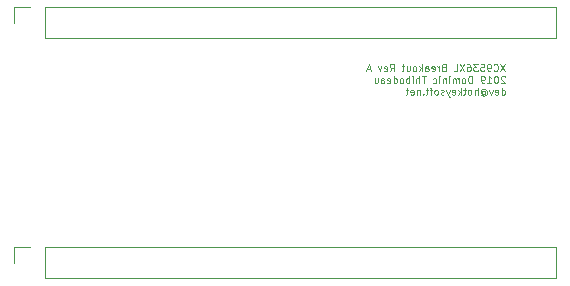
<source format=gbr>
G04 #@! TF.GenerationSoftware,KiCad,Pcbnew,(5.1.4)-1*
G04 #@! TF.CreationDate,2019-10-24T16:07:41-04:00*
G04 #@! TF.ProjectId,XC9536XL,58433935-3336-4584-9c2e-6b696361645f,B*
G04 #@! TF.SameCoordinates,Original*
G04 #@! TF.FileFunction,Legend,Bot*
G04 #@! TF.FilePolarity,Positive*
%FSLAX46Y46*%
G04 Gerber Fmt 4.6, Leading zero omitted, Abs format (unit mm)*
G04 Created by KiCad (PCBNEW (5.1.4)-1) date 2019-10-24 16:07:41*
%MOMM*%
%LPD*%
G04 APERTURE LIST*
%ADD10C,0.100000*%
%ADD11C,0.120000*%
G04 APERTURE END LIST*
D10*
X111355285Y-39057428D02*
X110955285Y-39657428D01*
X110955285Y-39057428D02*
X111355285Y-39657428D01*
X110383857Y-39600285D02*
X110412428Y-39628857D01*
X110498142Y-39657428D01*
X110555285Y-39657428D01*
X110641000Y-39628857D01*
X110698142Y-39571714D01*
X110726714Y-39514571D01*
X110755285Y-39400285D01*
X110755285Y-39314571D01*
X110726714Y-39200285D01*
X110698142Y-39143142D01*
X110641000Y-39086000D01*
X110555285Y-39057428D01*
X110498142Y-39057428D01*
X110412428Y-39086000D01*
X110383857Y-39114571D01*
X110098142Y-39657428D02*
X109983857Y-39657428D01*
X109926714Y-39628857D01*
X109898142Y-39600285D01*
X109841000Y-39514571D01*
X109812428Y-39400285D01*
X109812428Y-39171714D01*
X109841000Y-39114571D01*
X109869571Y-39086000D01*
X109926714Y-39057428D01*
X110041000Y-39057428D01*
X110098142Y-39086000D01*
X110126714Y-39114571D01*
X110155285Y-39171714D01*
X110155285Y-39314571D01*
X110126714Y-39371714D01*
X110098142Y-39400285D01*
X110041000Y-39428857D01*
X109926714Y-39428857D01*
X109869571Y-39400285D01*
X109841000Y-39371714D01*
X109812428Y-39314571D01*
X109269571Y-39057428D02*
X109555285Y-39057428D01*
X109583857Y-39343142D01*
X109555285Y-39314571D01*
X109498142Y-39286000D01*
X109355285Y-39286000D01*
X109298142Y-39314571D01*
X109269571Y-39343142D01*
X109241000Y-39400285D01*
X109241000Y-39543142D01*
X109269571Y-39600285D01*
X109298142Y-39628857D01*
X109355285Y-39657428D01*
X109498142Y-39657428D01*
X109555285Y-39628857D01*
X109583857Y-39600285D01*
X109041000Y-39057428D02*
X108669571Y-39057428D01*
X108869571Y-39286000D01*
X108783857Y-39286000D01*
X108726714Y-39314571D01*
X108698142Y-39343142D01*
X108669571Y-39400285D01*
X108669571Y-39543142D01*
X108698142Y-39600285D01*
X108726714Y-39628857D01*
X108783857Y-39657428D01*
X108955285Y-39657428D01*
X109012428Y-39628857D01*
X109041000Y-39600285D01*
X108155285Y-39057428D02*
X108269571Y-39057428D01*
X108326714Y-39086000D01*
X108355285Y-39114571D01*
X108412428Y-39200285D01*
X108441000Y-39314571D01*
X108441000Y-39543142D01*
X108412428Y-39600285D01*
X108383857Y-39628857D01*
X108326714Y-39657428D01*
X108212428Y-39657428D01*
X108155285Y-39628857D01*
X108126714Y-39600285D01*
X108098142Y-39543142D01*
X108098142Y-39400285D01*
X108126714Y-39343142D01*
X108155285Y-39314571D01*
X108212428Y-39286000D01*
X108326714Y-39286000D01*
X108383857Y-39314571D01*
X108412428Y-39343142D01*
X108441000Y-39400285D01*
X107898142Y-39057428D02*
X107498142Y-39657428D01*
X107498142Y-39057428D02*
X107898142Y-39657428D01*
X106983857Y-39657428D02*
X107269571Y-39657428D01*
X107269571Y-39057428D01*
X106126714Y-39343142D02*
X106041000Y-39371714D01*
X106012428Y-39400285D01*
X105983857Y-39457428D01*
X105983857Y-39543142D01*
X106012428Y-39600285D01*
X106041000Y-39628857D01*
X106098142Y-39657428D01*
X106326714Y-39657428D01*
X106326714Y-39057428D01*
X106126714Y-39057428D01*
X106069571Y-39086000D01*
X106041000Y-39114571D01*
X106012428Y-39171714D01*
X106012428Y-39228857D01*
X106041000Y-39286000D01*
X106069571Y-39314571D01*
X106126714Y-39343142D01*
X106326714Y-39343142D01*
X105726714Y-39657428D02*
X105726714Y-39257428D01*
X105726714Y-39371714D02*
X105698142Y-39314571D01*
X105669571Y-39286000D01*
X105612428Y-39257428D01*
X105555285Y-39257428D01*
X105126714Y-39628857D02*
X105183857Y-39657428D01*
X105298142Y-39657428D01*
X105355285Y-39628857D01*
X105383857Y-39571714D01*
X105383857Y-39343142D01*
X105355285Y-39286000D01*
X105298142Y-39257428D01*
X105183857Y-39257428D01*
X105126714Y-39286000D01*
X105098142Y-39343142D01*
X105098142Y-39400285D01*
X105383857Y-39457428D01*
X104583857Y-39657428D02*
X104583857Y-39343142D01*
X104612428Y-39286000D01*
X104669571Y-39257428D01*
X104783857Y-39257428D01*
X104841000Y-39286000D01*
X104583857Y-39628857D02*
X104641000Y-39657428D01*
X104783857Y-39657428D01*
X104841000Y-39628857D01*
X104869571Y-39571714D01*
X104869571Y-39514571D01*
X104841000Y-39457428D01*
X104783857Y-39428857D01*
X104641000Y-39428857D01*
X104583857Y-39400285D01*
X104298142Y-39657428D02*
X104298142Y-39057428D01*
X104241000Y-39428857D02*
X104069571Y-39657428D01*
X104069571Y-39257428D02*
X104298142Y-39486000D01*
X103726714Y-39657428D02*
X103783857Y-39628857D01*
X103812428Y-39600285D01*
X103841000Y-39543142D01*
X103841000Y-39371714D01*
X103812428Y-39314571D01*
X103783857Y-39286000D01*
X103726714Y-39257428D01*
X103641000Y-39257428D01*
X103583857Y-39286000D01*
X103555285Y-39314571D01*
X103526714Y-39371714D01*
X103526714Y-39543142D01*
X103555285Y-39600285D01*
X103583857Y-39628857D01*
X103641000Y-39657428D01*
X103726714Y-39657428D01*
X103012428Y-39257428D02*
X103012428Y-39657428D01*
X103269571Y-39257428D02*
X103269571Y-39571714D01*
X103241000Y-39628857D01*
X103183857Y-39657428D01*
X103098142Y-39657428D01*
X103041000Y-39628857D01*
X103012428Y-39600285D01*
X102812428Y-39257428D02*
X102583857Y-39257428D01*
X102726714Y-39057428D02*
X102726714Y-39571714D01*
X102698142Y-39628857D01*
X102641000Y-39657428D01*
X102583857Y-39657428D01*
X101583857Y-39657428D02*
X101783857Y-39371714D01*
X101926714Y-39657428D02*
X101926714Y-39057428D01*
X101698142Y-39057428D01*
X101641000Y-39086000D01*
X101612428Y-39114571D01*
X101583857Y-39171714D01*
X101583857Y-39257428D01*
X101612428Y-39314571D01*
X101641000Y-39343142D01*
X101698142Y-39371714D01*
X101926714Y-39371714D01*
X101098142Y-39628857D02*
X101155285Y-39657428D01*
X101269571Y-39657428D01*
X101326714Y-39628857D01*
X101355285Y-39571714D01*
X101355285Y-39343142D01*
X101326714Y-39286000D01*
X101269571Y-39257428D01*
X101155285Y-39257428D01*
X101098142Y-39286000D01*
X101069571Y-39343142D01*
X101069571Y-39400285D01*
X101355285Y-39457428D01*
X100869571Y-39257428D02*
X100726714Y-39657428D01*
X100583857Y-39257428D01*
X99926714Y-39486000D02*
X99641000Y-39486000D01*
X99983857Y-39657428D02*
X99783857Y-39057428D01*
X99583857Y-39657428D01*
X111326714Y-40114571D02*
X111298142Y-40086000D01*
X111241000Y-40057428D01*
X111098142Y-40057428D01*
X111041000Y-40086000D01*
X111012428Y-40114571D01*
X110983857Y-40171714D01*
X110983857Y-40228857D01*
X111012428Y-40314571D01*
X111355285Y-40657428D01*
X110983857Y-40657428D01*
X110612428Y-40057428D02*
X110555285Y-40057428D01*
X110498142Y-40086000D01*
X110469571Y-40114571D01*
X110441000Y-40171714D01*
X110412428Y-40286000D01*
X110412428Y-40428857D01*
X110441000Y-40543142D01*
X110469571Y-40600285D01*
X110498142Y-40628857D01*
X110555285Y-40657428D01*
X110612428Y-40657428D01*
X110669571Y-40628857D01*
X110698142Y-40600285D01*
X110726714Y-40543142D01*
X110755285Y-40428857D01*
X110755285Y-40286000D01*
X110726714Y-40171714D01*
X110698142Y-40114571D01*
X110669571Y-40086000D01*
X110612428Y-40057428D01*
X109841000Y-40657428D02*
X110183857Y-40657428D01*
X110012428Y-40657428D02*
X110012428Y-40057428D01*
X110069571Y-40143142D01*
X110126714Y-40200285D01*
X110183857Y-40228857D01*
X109555285Y-40657428D02*
X109441000Y-40657428D01*
X109383857Y-40628857D01*
X109355285Y-40600285D01*
X109298142Y-40514571D01*
X109269571Y-40400285D01*
X109269571Y-40171714D01*
X109298142Y-40114571D01*
X109326714Y-40086000D01*
X109383857Y-40057428D01*
X109498142Y-40057428D01*
X109555285Y-40086000D01*
X109583857Y-40114571D01*
X109612428Y-40171714D01*
X109612428Y-40314571D01*
X109583857Y-40371714D01*
X109555285Y-40400285D01*
X109498142Y-40428857D01*
X109383857Y-40428857D01*
X109326714Y-40400285D01*
X109298142Y-40371714D01*
X109269571Y-40314571D01*
X108555285Y-40657428D02*
X108555285Y-40057428D01*
X108412428Y-40057428D01*
X108326714Y-40086000D01*
X108269571Y-40143142D01*
X108241000Y-40200285D01*
X108212428Y-40314571D01*
X108212428Y-40400285D01*
X108241000Y-40514571D01*
X108269571Y-40571714D01*
X108326714Y-40628857D01*
X108412428Y-40657428D01*
X108555285Y-40657428D01*
X107869571Y-40657428D02*
X107926714Y-40628857D01*
X107955285Y-40600285D01*
X107983857Y-40543142D01*
X107983857Y-40371714D01*
X107955285Y-40314571D01*
X107926714Y-40286000D01*
X107869571Y-40257428D01*
X107783857Y-40257428D01*
X107726714Y-40286000D01*
X107698142Y-40314571D01*
X107669571Y-40371714D01*
X107669571Y-40543142D01*
X107698142Y-40600285D01*
X107726714Y-40628857D01*
X107783857Y-40657428D01*
X107869571Y-40657428D01*
X107412428Y-40657428D02*
X107412428Y-40257428D01*
X107412428Y-40314571D02*
X107383857Y-40286000D01*
X107326714Y-40257428D01*
X107241000Y-40257428D01*
X107183857Y-40286000D01*
X107155285Y-40343142D01*
X107155285Y-40657428D01*
X107155285Y-40343142D02*
X107126714Y-40286000D01*
X107069571Y-40257428D01*
X106983857Y-40257428D01*
X106926714Y-40286000D01*
X106898142Y-40343142D01*
X106898142Y-40657428D01*
X106612428Y-40657428D02*
X106612428Y-40257428D01*
X106612428Y-40057428D02*
X106641000Y-40086000D01*
X106612428Y-40114571D01*
X106583857Y-40086000D01*
X106612428Y-40057428D01*
X106612428Y-40114571D01*
X106326714Y-40257428D02*
X106326714Y-40657428D01*
X106326714Y-40314571D02*
X106298142Y-40286000D01*
X106241000Y-40257428D01*
X106155285Y-40257428D01*
X106098142Y-40286000D01*
X106069571Y-40343142D01*
X106069571Y-40657428D01*
X105783857Y-40657428D02*
X105783857Y-40257428D01*
X105783857Y-40057428D02*
X105812428Y-40086000D01*
X105783857Y-40114571D01*
X105755285Y-40086000D01*
X105783857Y-40057428D01*
X105783857Y-40114571D01*
X105241000Y-40628857D02*
X105298142Y-40657428D01*
X105412428Y-40657428D01*
X105469571Y-40628857D01*
X105498142Y-40600285D01*
X105526714Y-40543142D01*
X105526714Y-40371714D01*
X105498142Y-40314571D01*
X105469571Y-40286000D01*
X105412428Y-40257428D01*
X105298142Y-40257428D01*
X105241000Y-40286000D01*
X104612428Y-40057428D02*
X104269571Y-40057428D01*
X104441000Y-40657428D02*
X104441000Y-40057428D01*
X104069571Y-40657428D02*
X104069571Y-40057428D01*
X103812428Y-40657428D02*
X103812428Y-40343142D01*
X103841000Y-40286000D01*
X103898142Y-40257428D01*
X103983857Y-40257428D01*
X104041000Y-40286000D01*
X104069571Y-40314571D01*
X103526714Y-40657428D02*
X103526714Y-40257428D01*
X103526714Y-40057428D02*
X103555285Y-40086000D01*
X103526714Y-40114571D01*
X103498142Y-40086000D01*
X103526714Y-40057428D01*
X103526714Y-40114571D01*
X103241000Y-40657428D02*
X103241000Y-40057428D01*
X103241000Y-40286000D02*
X103183857Y-40257428D01*
X103069571Y-40257428D01*
X103012428Y-40286000D01*
X102983857Y-40314571D01*
X102955285Y-40371714D01*
X102955285Y-40543142D01*
X102983857Y-40600285D01*
X103012428Y-40628857D01*
X103069571Y-40657428D01*
X103183857Y-40657428D01*
X103241000Y-40628857D01*
X102612428Y-40657428D02*
X102669571Y-40628857D01*
X102698142Y-40600285D01*
X102726714Y-40543142D01*
X102726714Y-40371714D01*
X102698142Y-40314571D01*
X102669571Y-40286000D01*
X102612428Y-40257428D01*
X102526714Y-40257428D01*
X102469571Y-40286000D01*
X102441000Y-40314571D01*
X102412428Y-40371714D01*
X102412428Y-40543142D01*
X102441000Y-40600285D01*
X102469571Y-40628857D01*
X102526714Y-40657428D01*
X102612428Y-40657428D01*
X101898142Y-40657428D02*
X101898142Y-40057428D01*
X101898142Y-40628857D02*
X101955285Y-40657428D01*
X102069571Y-40657428D01*
X102126714Y-40628857D01*
X102155285Y-40600285D01*
X102183857Y-40543142D01*
X102183857Y-40371714D01*
X102155285Y-40314571D01*
X102126714Y-40286000D01*
X102069571Y-40257428D01*
X101955285Y-40257428D01*
X101898142Y-40286000D01*
X101383857Y-40628857D02*
X101441000Y-40657428D01*
X101555285Y-40657428D01*
X101612428Y-40628857D01*
X101641000Y-40571714D01*
X101641000Y-40343142D01*
X101612428Y-40286000D01*
X101555285Y-40257428D01*
X101441000Y-40257428D01*
X101383857Y-40286000D01*
X101355285Y-40343142D01*
X101355285Y-40400285D01*
X101641000Y-40457428D01*
X100841000Y-40657428D02*
X100841000Y-40343142D01*
X100869571Y-40286000D01*
X100926714Y-40257428D01*
X101041000Y-40257428D01*
X101098142Y-40286000D01*
X100841000Y-40628857D02*
X100898142Y-40657428D01*
X101041000Y-40657428D01*
X101098142Y-40628857D01*
X101126714Y-40571714D01*
X101126714Y-40514571D01*
X101098142Y-40457428D01*
X101041000Y-40428857D01*
X100898142Y-40428857D01*
X100841000Y-40400285D01*
X100298142Y-40257428D02*
X100298142Y-40657428D01*
X100555285Y-40257428D02*
X100555285Y-40571714D01*
X100526714Y-40628857D01*
X100469571Y-40657428D01*
X100383857Y-40657428D01*
X100326714Y-40628857D01*
X100298142Y-40600285D01*
X111041000Y-41657428D02*
X111041000Y-41057428D01*
X111041000Y-41628857D02*
X111098142Y-41657428D01*
X111212428Y-41657428D01*
X111269571Y-41628857D01*
X111298142Y-41600285D01*
X111326714Y-41543142D01*
X111326714Y-41371714D01*
X111298142Y-41314571D01*
X111269571Y-41286000D01*
X111212428Y-41257428D01*
X111098142Y-41257428D01*
X111041000Y-41286000D01*
X110526714Y-41628857D02*
X110583857Y-41657428D01*
X110698142Y-41657428D01*
X110755285Y-41628857D01*
X110783857Y-41571714D01*
X110783857Y-41343142D01*
X110755285Y-41286000D01*
X110698142Y-41257428D01*
X110583857Y-41257428D01*
X110526714Y-41286000D01*
X110498142Y-41343142D01*
X110498142Y-41400285D01*
X110783857Y-41457428D01*
X110298142Y-41257428D02*
X110155285Y-41657428D01*
X110012428Y-41257428D01*
X109412428Y-41371714D02*
X109441000Y-41343142D01*
X109498142Y-41314571D01*
X109555285Y-41314571D01*
X109612428Y-41343142D01*
X109641000Y-41371714D01*
X109669571Y-41428857D01*
X109669571Y-41486000D01*
X109641000Y-41543142D01*
X109612428Y-41571714D01*
X109555285Y-41600285D01*
X109498142Y-41600285D01*
X109441000Y-41571714D01*
X109412428Y-41543142D01*
X109412428Y-41314571D02*
X109412428Y-41543142D01*
X109383857Y-41571714D01*
X109355285Y-41571714D01*
X109298142Y-41543142D01*
X109269571Y-41486000D01*
X109269571Y-41343142D01*
X109326714Y-41257428D01*
X109412428Y-41200285D01*
X109526714Y-41171714D01*
X109641000Y-41200285D01*
X109726714Y-41257428D01*
X109783857Y-41343142D01*
X109812428Y-41457428D01*
X109783857Y-41571714D01*
X109726714Y-41657428D01*
X109641000Y-41714571D01*
X109526714Y-41743142D01*
X109412428Y-41714571D01*
X109326714Y-41657428D01*
X109012428Y-41657428D02*
X109012428Y-41057428D01*
X108755285Y-41657428D02*
X108755285Y-41343142D01*
X108783857Y-41286000D01*
X108841000Y-41257428D01*
X108926714Y-41257428D01*
X108983857Y-41286000D01*
X109012428Y-41314571D01*
X108383857Y-41657428D02*
X108441000Y-41628857D01*
X108469571Y-41600285D01*
X108498142Y-41543142D01*
X108498142Y-41371714D01*
X108469571Y-41314571D01*
X108441000Y-41286000D01*
X108383857Y-41257428D01*
X108298142Y-41257428D01*
X108241000Y-41286000D01*
X108212428Y-41314571D01*
X108183857Y-41371714D01*
X108183857Y-41543142D01*
X108212428Y-41600285D01*
X108241000Y-41628857D01*
X108298142Y-41657428D01*
X108383857Y-41657428D01*
X108012428Y-41257428D02*
X107783857Y-41257428D01*
X107926714Y-41057428D02*
X107926714Y-41571714D01*
X107898142Y-41628857D01*
X107841000Y-41657428D01*
X107783857Y-41657428D01*
X107583857Y-41657428D02*
X107583857Y-41057428D01*
X107526714Y-41428857D02*
X107355285Y-41657428D01*
X107355285Y-41257428D02*
X107583857Y-41486000D01*
X106869571Y-41628857D02*
X106926714Y-41657428D01*
X107041000Y-41657428D01*
X107098142Y-41628857D01*
X107126714Y-41571714D01*
X107126714Y-41343142D01*
X107098142Y-41286000D01*
X107041000Y-41257428D01*
X106926714Y-41257428D01*
X106869571Y-41286000D01*
X106841000Y-41343142D01*
X106841000Y-41400285D01*
X107126714Y-41457428D01*
X106641000Y-41257428D02*
X106498142Y-41657428D01*
X106355285Y-41257428D02*
X106498142Y-41657428D01*
X106555285Y-41800285D01*
X106583857Y-41828857D01*
X106641000Y-41857428D01*
X106155285Y-41628857D02*
X106098142Y-41657428D01*
X105983857Y-41657428D01*
X105926714Y-41628857D01*
X105898142Y-41571714D01*
X105898142Y-41543142D01*
X105926714Y-41486000D01*
X105983857Y-41457428D01*
X106069571Y-41457428D01*
X106126714Y-41428857D01*
X106155285Y-41371714D01*
X106155285Y-41343142D01*
X106126714Y-41286000D01*
X106069571Y-41257428D01*
X105983857Y-41257428D01*
X105926714Y-41286000D01*
X105555285Y-41657428D02*
X105612428Y-41628857D01*
X105641000Y-41600285D01*
X105669571Y-41543142D01*
X105669571Y-41371714D01*
X105641000Y-41314571D01*
X105612428Y-41286000D01*
X105555285Y-41257428D01*
X105469571Y-41257428D01*
X105412428Y-41286000D01*
X105383857Y-41314571D01*
X105355285Y-41371714D01*
X105355285Y-41543142D01*
X105383857Y-41600285D01*
X105412428Y-41628857D01*
X105469571Y-41657428D01*
X105555285Y-41657428D01*
X105183857Y-41257428D02*
X104955285Y-41257428D01*
X105098142Y-41657428D02*
X105098142Y-41143142D01*
X105069571Y-41086000D01*
X105012428Y-41057428D01*
X104955285Y-41057428D01*
X104841000Y-41257428D02*
X104612428Y-41257428D01*
X104755285Y-41057428D02*
X104755285Y-41571714D01*
X104726714Y-41628857D01*
X104669571Y-41657428D01*
X104612428Y-41657428D01*
X104412428Y-41600285D02*
X104383857Y-41628857D01*
X104412428Y-41657428D01*
X104441000Y-41628857D01*
X104412428Y-41600285D01*
X104412428Y-41657428D01*
X104126714Y-41257428D02*
X104126714Y-41657428D01*
X104126714Y-41314571D02*
X104098142Y-41286000D01*
X104041000Y-41257428D01*
X103955285Y-41257428D01*
X103898142Y-41286000D01*
X103869571Y-41343142D01*
X103869571Y-41657428D01*
X103355285Y-41628857D02*
X103412428Y-41657428D01*
X103526714Y-41657428D01*
X103583857Y-41628857D01*
X103612428Y-41571714D01*
X103612428Y-41343142D01*
X103583857Y-41286000D01*
X103526714Y-41257428D01*
X103412428Y-41257428D01*
X103355285Y-41286000D01*
X103326714Y-41343142D01*
X103326714Y-41400285D01*
X103612428Y-41457428D01*
X103155285Y-41257428D02*
X102926714Y-41257428D01*
X103069571Y-41057428D02*
X103069571Y-41571714D01*
X103041000Y-41628857D01*
X102983857Y-41657428D01*
X102926714Y-41657428D01*
D11*
X69790000Y-54550000D02*
X69790000Y-55880000D01*
X71120000Y-54550000D02*
X69790000Y-54550000D01*
X72390000Y-54550000D02*
X72390000Y-57210000D01*
X72390000Y-57210000D02*
X115630000Y-57210000D01*
X72390000Y-54550000D02*
X115630000Y-54550000D01*
X115630000Y-54550000D02*
X115630000Y-57210000D01*
X69790000Y-34230000D02*
X69790000Y-35560000D01*
X71120000Y-34230000D02*
X69790000Y-34230000D01*
X72390000Y-34230000D02*
X72390000Y-36890000D01*
X72390000Y-36890000D02*
X115630000Y-36890000D01*
X72390000Y-34230000D02*
X115630000Y-34230000D01*
X115630000Y-34230000D02*
X115630000Y-36890000D01*
M02*

</source>
